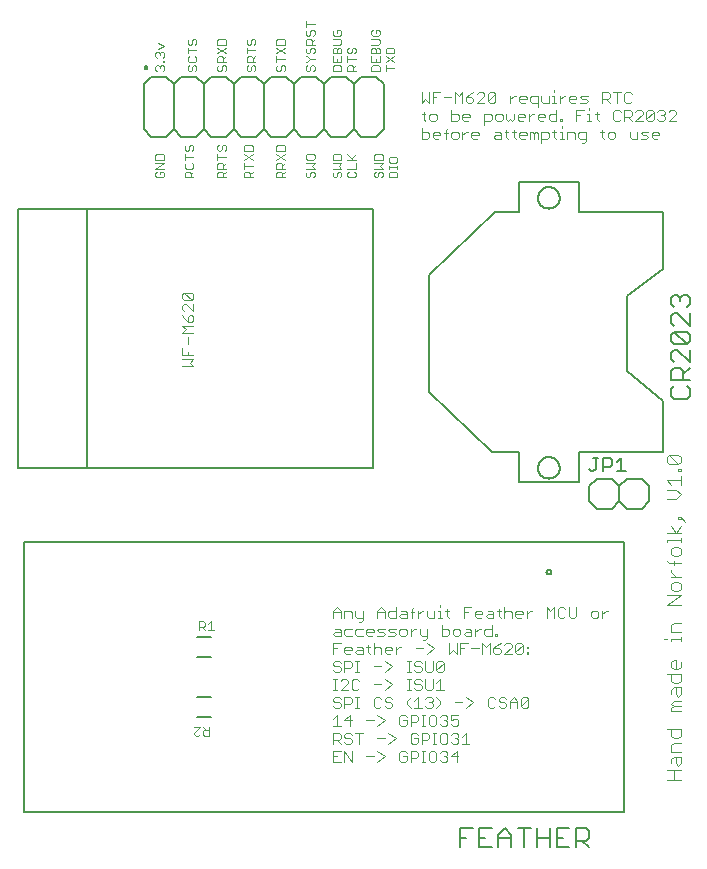
<source format=gbr>
G04 EAGLE Gerber RS-274X export*
G75*
%MOMM*%
%FSLAX34Y34*%
%LPD*%
%INSilkscreen Top*%
%IPPOS*%
%AMOC8*
5,1,8,0,0,1.08239X$1,22.5*%
G01*
%ADD10C,0.076200*%
%ADD11C,0.101600*%
%ADD12C,0.127000*%
%ADD13C,0.152400*%
%ADD14C,0.203200*%


D10*
X175975Y665381D02*
X174747Y666610D01*
X174747Y669067D01*
X175975Y670296D01*
X177204Y670296D01*
X178433Y669067D01*
X178433Y667838D01*
X178433Y669067D02*
X179662Y670296D01*
X180890Y670296D01*
X182119Y669067D01*
X182119Y666610D01*
X180890Y665381D01*
X180890Y672865D02*
X182119Y672865D01*
X180890Y672865D02*
X180890Y674094D01*
X182119Y674094D01*
X182119Y672865D01*
X175975Y676607D02*
X174747Y677836D01*
X174747Y680293D01*
X175975Y681522D01*
X177204Y681522D01*
X178433Y680293D01*
X178433Y679065D01*
X178433Y680293D02*
X179662Y681522D01*
X180890Y681522D01*
X182119Y680293D01*
X182119Y677836D01*
X180890Y676607D01*
X177204Y684091D02*
X182119Y686549D01*
X177204Y689006D01*
X202247Y669067D02*
X203475Y670296D01*
X202247Y669067D02*
X202247Y666610D01*
X203475Y665381D01*
X204704Y665381D01*
X205933Y666610D01*
X205933Y669067D01*
X207162Y670296D01*
X208390Y670296D01*
X209619Y669067D01*
X209619Y666610D01*
X208390Y665381D01*
X202247Y676551D02*
X203475Y677780D01*
X202247Y676551D02*
X202247Y674094D01*
X203475Y672865D01*
X208390Y672865D01*
X209619Y674094D01*
X209619Y676551D01*
X208390Y677780D01*
X209619Y682807D02*
X202247Y682807D01*
X202247Y685264D02*
X202247Y680349D01*
X202247Y691520D02*
X203475Y692748D01*
X202247Y691520D02*
X202247Y689062D01*
X203475Y687833D01*
X204704Y687833D01*
X205933Y689062D01*
X205933Y691520D01*
X207162Y692748D01*
X208390Y692748D01*
X209619Y691520D01*
X209619Y689062D01*
X208390Y687833D01*
X227247Y669067D02*
X228475Y670296D01*
X227247Y669067D02*
X227247Y666610D01*
X228475Y665381D01*
X229704Y665381D01*
X230933Y666610D01*
X230933Y669067D01*
X232162Y670296D01*
X233390Y670296D01*
X234619Y669067D01*
X234619Y666610D01*
X233390Y665381D01*
X234619Y672865D02*
X227247Y672865D01*
X227247Y676551D01*
X228475Y677780D01*
X230933Y677780D01*
X232162Y676551D01*
X232162Y672865D01*
X232162Y675323D02*
X234619Y677780D01*
X234619Y685264D02*
X227247Y680349D01*
X227247Y685264D02*
X234619Y680349D01*
X234619Y687833D02*
X227247Y687833D01*
X234619Y687833D02*
X234619Y691520D01*
X233390Y692748D01*
X228475Y692748D01*
X227247Y691520D01*
X227247Y687833D01*
X252247Y669067D02*
X253475Y670296D01*
X252247Y669067D02*
X252247Y666610D01*
X253475Y665381D01*
X254704Y665381D01*
X255933Y666610D01*
X255933Y669067D01*
X257162Y670296D01*
X258390Y670296D01*
X259619Y669067D01*
X259619Y666610D01*
X258390Y665381D01*
X259619Y672865D02*
X252247Y672865D01*
X252247Y676551D01*
X253475Y677780D01*
X255933Y677780D01*
X257162Y676551D01*
X257162Y672865D01*
X257162Y675323D02*
X259619Y677780D01*
X259619Y682807D02*
X252247Y682807D01*
X252247Y685264D02*
X252247Y680349D01*
X252247Y691520D02*
X253475Y692748D01*
X252247Y691520D02*
X252247Y689062D01*
X253475Y687833D01*
X254704Y687833D01*
X255933Y689062D01*
X255933Y691520D01*
X257162Y692748D01*
X258390Y692748D01*
X259619Y691520D01*
X259619Y689062D01*
X258390Y687833D01*
X277247Y669067D02*
X278475Y670296D01*
X277247Y669067D02*
X277247Y666610D01*
X278475Y665381D01*
X279704Y665381D01*
X280933Y666610D01*
X280933Y669067D01*
X282162Y670296D01*
X283390Y670296D01*
X284619Y669067D01*
X284619Y666610D01*
X283390Y665381D01*
X284619Y675323D02*
X277247Y675323D01*
X277247Y677780D02*
X277247Y672865D01*
X277247Y680349D02*
X284619Y685264D01*
X284619Y680349D02*
X277247Y685264D01*
X277247Y687833D02*
X284619Y687833D01*
X284619Y691520D01*
X283390Y692748D01*
X278475Y692748D01*
X277247Y691520D01*
X277247Y687833D01*
X302247Y669067D02*
X303475Y670296D01*
X302247Y669067D02*
X302247Y666610D01*
X303475Y665381D01*
X304704Y665381D01*
X305933Y666610D01*
X305933Y669067D01*
X307162Y670296D01*
X308390Y670296D01*
X309619Y669067D01*
X309619Y666610D01*
X308390Y665381D01*
X303475Y672865D02*
X302247Y672865D01*
X303475Y672865D02*
X305933Y675323D01*
X303475Y677780D01*
X302247Y677780D01*
X305933Y675323D02*
X309619Y675323D01*
X302247Y684035D02*
X303475Y685264D01*
X302247Y684035D02*
X302247Y681578D01*
X303475Y680349D01*
X304704Y680349D01*
X305933Y681578D01*
X305933Y684035D01*
X307162Y685264D01*
X308390Y685264D01*
X309619Y684035D01*
X309619Y681578D01*
X308390Y680349D01*
X309619Y687833D02*
X302247Y687833D01*
X302247Y691520D01*
X303475Y692748D01*
X305933Y692748D01*
X307162Y691520D01*
X307162Y687833D01*
X307162Y690291D02*
X309619Y692748D01*
X302247Y699004D02*
X303475Y700232D01*
X302247Y699004D02*
X302247Y696546D01*
X303475Y695318D01*
X304704Y695318D01*
X305933Y696546D01*
X305933Y699004D01*
X307162Y700232D01*
X308390Y700232D01*
X309619Y699004D01*
X309619Y696546D01*
X308390Y695318D01*
X309619Y705259D02*
X302247Y705259D01*
X302247Y702802D02*
X302247Y707717D01*
X325055Y665381D02*
X332427Y665381D01*
X332427Y669067D01*
X331198Y670296D01*
X326283Y670296D01*
X325055Y669067D01*
X325055Y665381D01*
X325055Y672865D02*
X325055Y677780D01*
X325055Y672865D02*
X332427Y672865D01*
X332427Y677780D01*
X328741Y675323D02*
X328741Y672865D01*
X332427Y680349D02*
X325055Y680349D01*
X325055Y684035D01*
X326283Y685264D01*
X327512Y685264D01*
X328741Y684035D01*
X329970Y685264D01*
X331198Y685264D01*
X332427Y684035D01*
X332427Y680349D01*
X328741Y680349D02*
X328741Y684035D01*
X331198Y687833D02*
X325055Y687833D01*
X331198Y687833D02*
X332427Y689062D01*
X332427Y691520D01*
X331198Y692748D01*
X325055Y692748D01*
X325055Y699004D02*
X326283Y700232D01*
X325055Y699004D02*
X325055Y696546D01*
X326283Y695318D01*
X331198Y695318D01*
X332427Y696546D01*
X332427Y699004D01*
X331198Y700232D01*
X328741Y700232D01*
X328741Y697775D01*
X337247Y665381D02*
X344619Y665381D01*
X337247Y665381D02*
X337247Y669067D01*
X338475Y670296D01*
X340933Y670296D01*
X342162Y669067D01*
X342162Y665381D01*
X342162Y667838D02*
X344619Y670296D01*
X344619Y675323D02*
X337247Y675323D01*
X337247Y677780D02*
X337247Y672865D01*
X337247Y684035D02*
X338475Y685264D01*
X337247Y684035D02*
X337247Y681578D01*
X338475Y680349D01*
X339704Y680349D01*
X340933Y681578D01*
X340933Y684035D01*
X342162Y685264D01*
X343390Y685264D01*
X344619Y684035D01*
X344619Y681578D01*
X343390Y680349D01*
X357555Y665381D02*
X364927Y665381D01*
X364927Y669067D01*
X363698Y670296D01*
X358783Y670296D01*
X357555Y669067D01*
X357555Y665381D01*
X357555Y672865D02*
X357555Y677780D01*
X357555Y672865D02*
X364927Y672865D01*
X364927Y677780D01*
X361241Y675323D02*
X361241Y672865D01*
X364927Y680349D02*
X357555Y680349D01*
X357555Y684035D01*
X358783Y685264D01*
X360012Y685264D01*
X361241Y684035D01*
X362470Y685264D01*
X363698Y685264D01*
X364927Y684035D01*
X364927Y680349D01*
X361241Y680349D02*
X361241Y684035D01*
X363698Y687833D02*
X357555Y687833D01*
X363698Y687833D02*
X364927Y689062D01*
X364927Y691520D01*
X363698Y692748D01*
X357555Y692748D01*
X357555Y699004D02*
X358783Y700232D01*
X357555Y699004D02*
X357555Y696546D01*
X358783Y695318D01*
X363698Y695318D01*
X364927Y696546D01*
X364927Y699004D01*
X363698Y700232D01*
X361241Y700232D01*
X361241Y697775D01*
X369747Y667838D02*
X377119Y667838D01*
X369747Y665381D02*
X369747Y670296D01*
X369747Y672865D02*
X377119Y677780D01*
X377119Y672865D02*
X369747Y677780D01*
X369747Y680349D02*
X377119Y680349D01*
X377119Y684035D01*
X375890Y685264D01*
X370975Y685264D01*
X369747Y684035D01*
X369747Y680349D01*
X175975Y580296D02*
X174747Y579067D01*
X174747Y576610D01*
X175975Y575381D01*
X180890Y575381D01*
X182119Y576610D01*
X182119Y579067D01*
X180890Y580296D01*
X178433Y580296D01*
X178433Y577838D01*
X182119Y582865D02*
X174747Y582865D01*
X182119Y587780D01*
X174747Y587780D01*
X174747Y590349D02*
X182119Y590349D01*
X182119Y594035D01*
X180890Y595264D01*
X175975Y595264D01*
X174747Y594035D01*
X174747Y590349D01*
X199747Y575381D02*
X207119Y575381D01*
X199747Y575381D02*
X199747Y579067D01*
X200975Y580296D01*
X203433Y580296D01*
X204662Y579067D01*
X204662Y575381D01*
X204662Y577838D02*
X207119Y580296D01*
X199747Y586551D02*
X200975Y587780D01*
X199747Y586551D02*
X199747Y584094D01*
X200975Y582865D01*
X205890Y582865D01*
X207119Y584094D01*
X207119Y586551D01*
X205890Y587780D01*
X207119Y592807D02*
X199747Y592807D01*
X199747Y595264D02*
X199747Y590349D01*
X199747Y601520D02*
X200975Y602748D01*
X199747Y601520D02*
X199747Y599062D01*
X200975Y597833D01*
X202204Y597833D01*
X203433Y599062D01*
X203433Y601520D01*
X204662Y602748D01*
X205890Y602748D01*
X207119Y601520D01*
X207119Y599062D01*
X205890Y597833D01*
X227247Y575381D02*
X234619Y575381D01*
X227247Y575381D02*
X227247Y579067D01*
X228475Y580296D01*
X230933Y580296D01*
X232162Y579067D01*
X232162Y575381D01*
X232162Y577838D02*
X234619Y580296D01*
X234619Y582865D02*
X227247Y582865D01*
X227247Y586551D01*
X228475Y587780D01*
X230933Y587780D01*
X232162Y586551D01*
X232162Y582865D01*
X232162Y585323D02*
X234619Y587780D01*
X234619Y592807D02*
X227247Y592807D01*
X227247Y595264D02*
X227247Y590349D01*
X227247Y601520D02*
X228475Y602748D01*
X227247Y601520D02*
X227247Y599062D01*
X228475Y597833D01*
X229704Y597833D01*
X230933Y599062D01*
X230933Y601520D01*
X232162Y602748D01*
X233390Y602748D01*
X234619Y601520D01*
X234619Y599062D01*
X233390Y597833D01*
X249747Y575381D02*
X257119Y575381D01*
X249747Y575381D02*
X249747Y579067D01*
X250975Y580296D01*
X253433Y580296D01*
X254662Y579067D01*
X254662Y575381D01*
X254662Y577838D02*
X257119Y580296D01*
X257119Y585323D02*
X249747Y585323D01*
X249747Y587780D02*
X249747Y582865D01*
X249747Y590349D02*
X257119Y595264D01*
X257119Y590349D02*
X249747Y595264D01*
X249747Y597833D02*
X257119Y597833D01*
X257119Y601520D01*
X255890Y602748D01*
X250975Y602748D01*
X249747Y601520D01*
X249747Y597833D01*
X277247Y575381D02*
X284619Y575381D01*
X277247Y575381D02*
X277247Y579067D01*
X278475Y580296D01*
X280933Y580296D01*
X282162Y579067D01*
X282162Y575381D01*
X282162Y577838D02*
X284619Y580296D01*
X284619Y582865D02*
X277247Y582865D01*
X277247Y586551D01*
X278475Y587780D01*
X280933Y587780D01*
X282162Y586551D01*
X282162Y582865D01*
X282162Y585323D02*
X284619Y587780D01*
X284619Y595264D02*
X277247Y590349D01*
X277247Y595264D02*
X284619Y590349D01*
X284619Y597833D02*
X277247Y597833D01*
X284619Y597833D02*
X284619Y601520D01*
X283390Y602748D01*
X278475Y602748D01*
X277247Y601520D01*
X277247Y597833D01*
X302247Y579067D02*
X303475Y580296D01*
X302247Y579067D02*
X302247Y576610D01*
X303475Y575381D01*
X304704Y575381D01*
X305933Y576610D01*
X305933Y579067D01*
X307162Y580296D01*
X308390Y580296D01*
X309619Y579067D01*
X309619Y576610D01*
X308390Y575381D01*
X309619Y582865D02*
X302247Y582865D01*
X307162Y585323D02*
X309619Y582865D01*
X307162Y585323D02*
X309619Y587780D01*
X302247Y587780D01*
X302247Y591578D02*
X302247Y594035D01*
X302247Y591578D02*
X303475Y590349D01*
X308390Y590349D01*
X309619Y591578D01*
X309619Y594035D01*
X308390Y595264D01*
X303475Y595264D01*
X302247Y594035D01*
X325055Y579067D02*
X326283Y580296D01*
X325055Y579067D02*
X325055Y576610D01*
X326283Y575381D01*
X327512Y575381D01*
X328741Y576610D01*
X328741Y579067D01*
X329970Y580296D01*
X331198Y580296D01*
X332427Y579067D01*
X332427Y576610D01*
X331198Y575381D01*
X332427Y582865D02*
X325055Y582865D01*
X329970Y585323D02*
X332427Y582865D01*
X329970Y585323D02*
X332427Y587780D01*
X325055Y587780D01*
X325055Y590349D02*
X332427Y590349D01*
X332427Y594035D01*
X331198Y595264D01*
X326283Y595264D01*
X325055Y594035D01*
X325055Y590349D01*
X337247Y579067D02*
X338475Y580296D01*
X337247Y579067D02*
X337247Y576610D01*
X338475Y575381D01*
X343390Y575381D01*
X344619Y576610D01*
X344619Y579067D01*
X343390Y580296D01*
X344619Y582865D02*
X337247Y582865D01*
X344619Y582865D02*
X344619Y587780D01*
X344619Y590349D02*
X337247Y590349D01*
X342162Y590349D02*
X337247Y595264D01*
X340933Y591578D02*
X344619Y595264D01*
X360055Y579067D02*
X361283Y580296D01*
X360055Y579067D02*
X360055Y576610D01*
X361283Y575381D01*
X362512Y575381D01*
X363741Y576610D01*
X363741Y579067D01*
X364970Y580296D01*
X366198Y580296D01*
X367427Y579067D01*
X367427Y576610D01*
X366198Y575381D01*
X367427Y582865D02*
X360055Y582865D01*
X364970Y585323D02*
X367427Y582865D01*
X364970Y585323D02*
X367427Y587780D01*
X360055Y587780D01*
X360055Y590349D02*
X367427Y590349D01*
X367427Y594035D01*
X366198Y595264D01*
X361283Y595264D01*
X360055Y594035D01*
X360055Y590349D01*
X372247Y575381D02*
X379619Y575381D01*
X379619Y579067D01*
X378390Y580296D01*
X373475Y580296D01*
X372247Y579067D01*
X372247Y575381D01*
X379619Y582865D02*
X379619Y585323D01*
X379619Y584094D02*
X372247Y584094D01*
X372247Y582865D02*
X372247Y585323D01*
X372247Y589083D02*
X372247Y591541D01*
X372247Y589083D02*
X373475Y587855D01*
X378390Y587855D01*
X379619Y589083D01*
X379619Y591541D01*
X378390Y592769D01*
X373475Y592769D01*
X372247Y591541D01*
D11*
X607798Y65508D02*
X619492Y65508D01*
X613645Y65508D02*
X613645Y73304D01*
X607798Y73304D02*
X619492Y73304D01*
X611696Y79151D02*
X611696Y83049D01*
X613645Y84998D01*
X619492Y84998D01*
X619492Y79151D01*
X617543Y77202D01*
X615594Y79151D01*
X615594Y84998D01*
X619492Y88896D02*
X611696Y88896D01*
X611696Y94743D01*
X613645Y96692D01*
X619492Y96692D01*
X619492Y108386D02*
X607798Y108386D01*
X619492Y108386D02*
X619492Y102539D01*
X617543Y100590D01*
X613645Y100590D01*
X611696Y102539D01*
X611696Y108386D01*
X611696Y123978D02*
X619492Y123978D01*
X611696Y123978D02*
X611696Y125927D01*
X613645Y127876D01*
X619492Y127876D01*
X613645Y127876D02*
X611696Y129825D01*
X613645Y131774D01*
X619492Y131774D01*
X611696Y137621D02*
X611696Y141519D01*
X613645Y143468D01*
X619492Y143468D01*
X619492Y137621D01*
X617543Y135672D01*
X615594Y137621D01*
X615594Y143468D01*
X619492Y155162D02*
X607798Y155162D01*
X619492Y155162D02*
X619492Y149315D01*
X617543Y147366D01*
X613645Y147366D01*
X611696Y149315D01*
X611696Y155162D01*
X619492Y161009D02*
X619492Y164907D01*
X619492Y161009D02*
X617543Y159060D01*
X613645Y159060D01*
X611696Y161009D01*
X611696Y164907D01*
X613645Y166856D01*
X615594Y166856D01*
X615594Y159060D01*
X611696Y182448D02*
X611696Y184397D01*
X619492Y184397D01*
X619492Y182448D02*
X619492Y186346D01*
X607798Y184397D02*
X605849Y184397D01*
X611696Y190244D02*
X619492Y190244D01*
X611696Y190244D02*
X611696Y196091D01*
X613645Y198040D01*
X619492Y198040D01*
X619492Y213632D02*
X607798Y213632D01*
X619492Y221428D01*
X607798Y221428D01*
X619492Y227275D02*
X619492Y231173D01*
X617543Y233122D01*
X613645Y233122D01*
X611696Y231173D01*
X611696Y227275D01*
X613645Y225326D01*
X617543Y225326D01*
X619492Y227275D01*
X619492Y237020D02*
X611696Y237020D01*
X615594Y237020D02*
X611696Y240918D01*
X611696Y242867D01*
X609747Y248713D02*
X619492Y248713D01*
X609747Y248713D02*
X607798Y250662D01*
X613645Y250662D02*
X613645Y246765D01*
X619492Y256509D02*
X619492Y260407D01*
X617543Y262356D01*
X613645Y262356D01*
X611696Y260407D01*
X611696Y256509D01*
X613645Y254560D01*
X617543Y254560D01*
X619492Y256509D01*
X607798Y266254D02*
X607798Y268203D01*
X619492Y268203D01*
X619492Y266254D02*
X619492Y270152D01*
X619492Y274050D02*
X607798Y274050D01*
X615594Y274050D02*
X619492Y279897D01*
X615594Y274050D02*
X611696Y279897D01*
X619492Y287693D02*
X623390Y283795D01*
X619492Y287693D02*
X617543Y287693D01*
X617543Y285744D01*
X619492Y285744D01*
X619492Y287693D01*
X615594Y303285D02*
X607798Y303285D01*
X615594Y303285D02*
X619492Y307183D01*
X615594Y311081D01*
X607798Y311081D01*
X611696Y314979D02*
X607798Y318877D01*
X619492Y318877D01*
X619492Y314979D02*
X619492Y322775D01*
X619492Y326673D02*
X617543Y326673D01*
X617543Y328622D01*
X619492Y328622D01*
X619492Y326673D01*
X617543Y332520D02*
X609747Y332520D01*
X607798Y334469D01*
X607798Y338367D01*
X609747Y340316D01*
X617543Y340316D01*
X619492Y338367D01*
X619492Y334469D01*
X617543Y332520D01*
X609747Y340316D01*
D10*
X400381Y638361D02*
X400381Y647767D01*
X403516Y641496D02*
X400381Y638361D01*
X403516Y641496D02*
X406652Y638361D01*
X406652Y647767D01*
X409736Y647767D02*
X409736Y638361D01*
X409736Y647767D02*
X416007Y647767D01*
X412872Y643064D02*
X409736Y643064D01*
X419091Y643064D02*
X425362Y643064D01*
X428447Y638361D02*
X428447Y647767D01*
X431582Y644632D01*
X434717Y647767D01*
X434717Y638361D01*
X440937Y646199D02*
X444072Y647767D01*
X440937Y646199D02*
X437802Y643064D01*
X437802Y639929D01*
X439369Y638361D01*
X442505Y638361D01*
X444072Y639929D01*
X444072Y641496D01*
X442505Y643064D01*
X437802Y643064D01*
X447157Y638361D02*
X453428Y638361D01*
X447157Y638361D02*
X453428Y644632D01*
X453428Y646199D01*
X451860Y647767D01*
X448725Y647767D01*
X447157Y646199D01*
X456512Y646199D02*
X456512Y639929D01*
X456512Y646199D02*
X458080Y647767D01*
X461215Y647767D01*
X462783Y646199D01*
X462783Y639929D01*
X461215Y638361D01*
X458080Y638361D01*
X456512Y639929D01*
X462783Y646199D01*
X475223Y644632D02*
X475223Y638361D01*
X475223Y641496D02*
X478358Y644632D01*
X479926Y644632D01*
X484586Y638361D02*
X487721Y638361D01*
X484586Y638361D02*
X483018Y639929D01*
X483018Y643064D01*
X484586Y644632D01*
X487721Y644632D01*
X489289Y643064D01*
X489289Y641496D01*
X483018Y641496D01*
X498644Y644632D02*
X498644Y635226D01*
X498644Y644632D02*
X493941Y644632D01*
X492374Y643064D01*
X492374Y639929D01*
X493941Y638361D01*
X498644Y638361D01*
X501729Y639929D02*
X501729Y644632D01*
X501729Y639929D02*
X503297Y638361D01*
X508000Y638361D01*
X508000Y644632D01*
X511084Y644632D02*
X512652Y644632D01*
X512652Y638361D01*
X514219Y638361D02*
X511084Y638361D01*
X512652Y647767D02*
X512652Y649335D01*
X517321Y644632D02*
X517321Y638361D01*
X517321Y641496D02*
X520456Y644632D01*
X522024Y644632D01*
X526684Y638361D02*
X529820Y638361D01*
X526684Y638361D02*
X525117Y639929D01*
X525117Y643064D01*
X526684Y644632D01*
X529820Y644632D01*
X531387Y643064D01*
X531387Y641496D01*
X525117Y641496D01*
X534472Y638361D02*
X539175Y638361D01*
X540743Y639929D01*
X539175Y641496D01*
X536040Y641496D01*
X534472Y643064D01*
X536040Y644632D01*
X540743Y644632D01*
X553182Y647767D02*
X553182Y638361D01*
X553182Y647767D02*
X557885Y647767D01*
X559453Y646199D01*
X559453Y643064D01*
X557885Y641496D01*
X553182Y641496D01*
X556318Y641496D02*
X559453Y638361D01*
X565673Y638361D02*
X565673Y647767D01*
X562538Y647767D02*
X568808Y647767D01*
X576596Y647767D02*
X578163Y646199D01*
X576596Y647767D02*
X573460Y647767D01*
X571893Y646199D01*
X571893Y639929D01*
X573460Y638361D01*
X576596Y638361D01*
X578163Y639929D01*
X401949Y630959D02*
X401949Y624689D01*
X403516Y623121D01*
X403516Y629392D02*
X400381Y629392D01*
X408185Y623121D02*
X411321Y623121D01*
X412888Y624689D01*
X412888Y627824D01*
X411321Y629392D01*
X408185Y629392D01*
X406618Y627824D01*
X406618Y624689D01*
X408185Y623121D01*
X425328Y623121D02*
X425328Y632527D01*
X425328Y623121D02*
X430031Y623121D01*
X431599Y624689D01*
X431599Y627824D01*
X430031Y629392D01*
X425328Y629392D01*
X436251Y623121D02*
X439386Y623121D01*
X436251Y623121D02*
X434683Y624689D01*
X434683Y627824D01*
X436251Y629392D01*
X439386Y629392D01*
X440954Y627824D01*
X440954Y626256D01*
X434683Y626256D01*
X453394Y629392D02*
X453394Y619986D01*
X453394Y629392D02*
X458097Y629392D01*
X459664Y627824D01*
X459664Y624689D01*
X458097Y623121D01*
X453394Y623121D01*
X464317Y623121D02*
X467452Y623121D01*
X469020Y624689D01*
X469020Y627824D01*
X467452Y629392D01*
X464317Y629392D01*
X462749Y627824D01*
X462749Y624689D01*
X464317Y623121D01*
X472104Y624689D02*
X472104Y629392D01*
X472104Y624689D02*
X473672Y623121D01*
X475239Y624689D01*
X476807Y623121D01*
X478375Y624689D01*
X478375Y629392D01*
X483027Y623121D02*
X486162Y623121D01*
X483027Y623121D02*
X481459Y624689D01*
X481459Y627824D01*
X483027Y629392D01*
X486162Y629392D01*
X487730Y627824D01*
X487730Y626256D01*
X481459Y626256D01*
X490814Y623121D02*
X490814Y629392D01*
X490814Y626256D02*
X493950Y629392D01*
X495517Y629392D01*
X500178Y623121D02*
X503313Y623121D01*
X500178Y623121D02*
X498610Y624689D01*
X498610Y627824D01*
X500178Y629392D01*
X503313Y629392D01*
X504881Y627824D01*
X504881Y626256D01*
X498610Y626256D01*
X514236Y623121D02*
X514236Y632527D01*
X514236Y623121D02*
X509533Y623121D01*
X507966Y624689D01*
X507966Y627824D01*
X509533Y629392D01*
X514236Y629392D01*
X517321Y624689D02*
X517321Y623121D01*
X517321Y624689D02*
X518888Y624689D01*
X518888Y623121D01*
X517321Y623121D01*
X531354Y623121D02*
X531354Y632527D01*
X537624Y632527D01*
X534489Y627824D02*
X531354Y627824D01*
X540709Y629392D02*
X542276Y629392D01*
X542276Y623121D01*
X540709Y623121D02*
X543844Y623121D01*
X542276Y632527D02*
X542276Y634095D01*
X548513Y630959D02*
X548513Y624689D01*
X550081Y623121D01*
X550081Y629392D02*
X546946Y629392D01*
X567241Y632527D02*
X568808Y630959D01*
X567241Y632527D02*
X564105Y632527D01*
X562538Y630959D01*
X562538Y624689D01*
X564105Y623121D01*
X567241Y623121D01*
X568808Y624689D01*
X571893Y623121D02*
X571893Y632527D01*
X576596Y632527D01*
X578163Y630959D01*
X578163Y627824D01*
X576596Y626256D01*
X571893Y626256D01*
X575028Y626256D02*
X578163Y623121D01*
X581248Y623121D02*
X587519Y623121D01*
X581248Y623121D02*
X587519Y629392D01*
X587519Y630959D01*
X585951Y632527D01*
X582816Y632527D01*
X581248Y630959D01*
X590603Y630959D02*
X590603Y624689D01*
X590603Y630959D02*
X592171Y632527D01*
X595306Y632527D01*
X596874Y630959D01*
X596874Y624689D01*
X595306Y623121D01*
X592171Y623121D01*
X590603Y624689D01*
X596874Y630959D01*
X599958Y630959D02*
X601526Y632527D01*
X604661Y632527D01*
X606229Y630959D01*
X606229Y629392D01*
X604661Y627824D01*
X603094Y627824D01*
X604661Y627824D02*
X606229Y626256D01*
X606229Y624689D01*
X604661Y623121D01*
X601526Y623121D01*
X599958Y624689D01*
X609313Y623121D02*
X615584Y623121D01*
X609313Y623121D02*
X615584Y629392D01*
X615584Y630959D01*
X614016Y632527D01*
X610881Y632527D01*
X609313Y630959D01*
X400381Y617287D02*
X400381Y607881D01*
X405084Y607881D01*
X406652Y609449D01*
X406652Y612584D01*
X405084Y614152D01*
X400381Y614152D01*
X411304Y607881D02*
X414439Y607881D01*
X411304Y607881D02*
X409736Y609449D01*
X409736Y612584D01*
X411304Y614152D01*
X414439Y614152D01*
X416007Y612584D01*
X416007Y611016D01*
X409736Y611016D01*
X420659Y607881D02*
X420659Y615719D01*
X422227Y617287D01*
X422227Y612584D02*
X419091Y612584D01*
X426896Y607881D02*
X430031Y607881D01*
X431599Y609449D01*
X431599Y612584D01*
X430031Y614152D01*
X426896Y614152D01*
X425328Y612584D01*
X425328Y609449D01*
X426896Y607881D01*
X434683Y607881D02*
X434683Y614152D01*
X434683Y611016D02*
X437819Y614152D01*
X439386Y614152D01*
X444047Y607881D02*
X447182Y607881D01*
X444047Y607881D02*
X442479Y609449D01*
X442479Y612584D01*
X444047Y614152D01*
X447182Y614152D01*
X448750Y612584D01*
X448750Y611016D01*
X442479Y611016D01*
X462757Y614152D02*
X465893Y614152D01*
X467460Y612584D01*
X467460Y607881D01*
X462757Y607881D01*
X461190Y609449D01*
X462757Y611016D01*
X467460Y611016D01*
X472113Y609449D02*
X472113Y615719D01*
X472113Y609449D02*
X473680Y607881D01*
X473680Y614152D02*
X470545Y614152D01*
X478349Y615719D02*
X478349Y609449D01*
X479917Y607881D01*
X479917Y614152D02*
X476782Y614152D01*
X484586Y607881D02*
X487721Y607881D01*
X484586Y607881D02*
X483018Y609449D01*
X483018Y612584D01*
X484586Y614152D01*
X487721Y614152D01*
X489289Y612584D01*
X489289Y611016D01*
X483018Y611016D01*
X492374Y607881D02*
X492374Y614152D01*
X493941Y614152D01*
X495509Y612584D01*
X495509Y607881D01*
X495509Y612584D02*
X497077Y614152D01*
X498644Y612584D01*
X498644Y607881D01*
X501729Y604746D02*
X501729Y614152D01*
X506432Y614152D01*
X508000Y612584D01*
X508000Y609449D01*
X506432Y607881D01*
X501729Y607881D01*
X512652Y609449D02*
X512652Y615719D01*
X512652Y609449D02*
X514219Y607881D01*
X514219Y614152D02*
X511084Y614152D01*
X517321Y614152D02*
X518888Y614152D01*
X518888Y607881D01*
X517321Y607881D02*
X520456Y607881D01*
X518888Y617287D02*
X518888Y618855D01*
X523558Y614152D02*
X523558Y607881D01*
X523558Y614152D02*
X528261Y614152D01*
X529828Y612584D01*
X529828Y607881D01*
X536048Y604746D02*
X537616Y604746D01*
X539183Y606313D01*
X539183Y614152D01*
X534480Y614152D01*
X532913Y612584D01*
X532913Y609449D01*
X534480Y607881D01*
X539183Y607881D01*
X553191Y609449D02*
X553191Y615719D01*
X553191Y609449D02*
X554758Y607881D01*
X554758Y614152D02*
X551623Y614152D01*
X559428Y607881D02*
X562563Y607881D01*
X564131Y609449D01*
X564131Y612584D01*
X562563Y614152D01*
X559428Y614152D01*
X557860Y612584D01*
X557860Y609449D01*
X559428Y607881D01*
X576570Y609449D02*
X576570Y614152D01*
X576570Y609449D02*
X578138Y607881D01*
X582841Y607881D01*
X582841Y614152D01*
X585925Y607881D02*
X590628Y607881D01*
X592196Y609449D01*
X590628Y611016D01*
X587493Y611016D01*
X585925Y612584D01*
X587493Y614152D01*
X592196Y614152D01*
X596848Y607881D02*
X599984Y607881D01*
X596848Y607881D02*
X595281Y609449D01*
X595281Y612584D01*
X596848Y614152D01*
X599984Y614152D01*
X601551Y612584D01*
X601551Y611016D01*
X595281Y611016D01*
X207119Y415381D02*
X197713Y415381D01*
X203984Y418516D02*
X207119Y415381D01*
X203984Y418516D02*
X207119Y421652D01*
X197713Y421652D01*
X197713Y424736D02*
X207119Y424736D01*
X197713Y424736D02*
X197713Y431007D01*
X202416Y427872D02*
X202416Y424736D01*
X202416Y434091D02*
X202416Y440362D01*
X207119Y443447D02*
X197713Y443447D01*
X200848Y446582D01*
X197713Y449717D01*
X207119Y449717D01*
X199281Y455937D02*
X197713Y459072D01*
X199281Y455937D02*
X202416Y452802D01*
X205551Y452802D01*
X207119Y454369D01*
X207119Y457505D01*
X205551Y459072D01*
X203984Y459072D01*
X202416Y457505D01*
X202416Y452802D01*
X207119Y462157D02*
X207119Y468428D01*
X207119Y462157D02*
X200848Y468428D01*
X199281Y468428D01*
X197713Y466860D01*
X197713Y463725D01*
X199281Y462157D01*
X199281Y471512D02*
X205551Y471512D01*
X199281Y471512D02*
X197713Y473080D01*
X197713Y476215D01*
X199281Y477783D01*
X205551Y477783D01*
X207119Y476215D01*
X207119Y473080D01*
X205551Y471512D01*
X199281Y477783D01*
X325381Y208572D02*
X325381Y202301D01*
X325381Y208572D02*
X328516Y211707D01*
X331652Y208572D01*
X331652Y202301D01*
X331652Y207004D02*
X325381Y207004D01*
X334736Y208572D02*
X334736Y202301D01*
X334736Y208572D02*
X339439Y208572D01*
X341007Y207004D01*
X341007Y202301D01*
X344091Y203869D02*
X344091Y208572D01*
X344091Y203869D02*
X345659Y202301D01*
X350362Y202301D01*
X350362Y200733D02*
X350362Y208572D01*
X350362Y200733D02*
X348794Y199166D01*
X347227Y199166D01*
X362802Y202301D02*
X362802Y208572D01*
X365937Y211707D01*
X369072Y208572D01*
X369072Y202301D01*
X369072Y207004D02*
X362802Y207004D01*
X378428Y211707D02*
X378428Y202301D01*
X373725Y202301D01*
X372157Y203869D01*
X372157Y207004D01*
X373725Y208572D01*
X378428Y208572D01*
X383080Y208572D02*
X386215Y208572D01*
X387783Y207004D01*
X387783Y202301D01*
X383080Y202301D01*
X381512Y203869D01*
X383080Y205436D01*
X387783Y205436D01*
X392435Y202301D02*
X392435Y210139D01*
X394003Y211707D01*
X394003Y207004D02*
X390867Y207004D01*
X397104Y208572D02*
X397104Y202301D01*
X397104Y205436D02*
X400239Y208572D01*
X401807Y208572D01*
X404900Y208572D02*
X404900Y203869D01*
X406468Y202301D01*
X411171Y202301D01*
X411171Y208572D01*
X414255Y208572D02*
X415823Y208572D01*
X415823Y202301D01*
X414255Y202301D02*
X417391Y202301D01*
X415823Y211707D02*
X415823Y213275D01*
X422060Y210139D02*
X422060Y203869D01*
X423627Y202301D01*
X423627Y208572D02*
X420492Y208572D01*
X436084Y211707D02*
X436084Y202301D01*
X436084Y211707D02*
X442355Y211707D01*
X439219Y207004D02*
X436084Y207004D01*
X447007Y202301D02*
X450142Y202301D01*
X447007Y202301D02*
X445439Y203869D01*
X445439Y207004D01*
X447007Y208572D01*
X450142Y208572D01*
X451710Y207004D01*
X451710Y205436D01*
X445439Y205436D01*
X456362Y208572D02*
X459497Y208572D01*
X461065Y207004D01*
X461065Y202301D01*
X456362Y202301D01*
X454794Y203869D01*
X456362Y205436D01*
X461065Y205436D01*
X465717Y203869D02*
X465717Y210139D01*
X465717Y203869D02*
X467285Y202301D01*
X467285Y208572D02*
X464150Y208572D01*
X470386Y211707D02*
X470386Y202301D01*
X470386Y207004D02*
X471954Y208572D01*
X475089Y208572D01*
X476657Y207004D01*
X476657Y202301D01*
X481309Y202301D02*
X484445Y202301D01*
X481309Y202301D02*
X479742Y203869D01*
X479742Y207004D01*
X481309Y208572D01*
X484445Y208572D01*
X486012Y207004D01*
X486012Y205436D01*
X479742Y205436D01*
X489097Y202301D02*
X489097Y208572D01*
X492232Y208572D02*
X489097Y205436D01*
X492232Y208572D02*
X493800Y208572D01*
X506248Y211707D02*
X506248Y202301D01*
X509383Y208572D02*
X506248Y211707D01*
X509383Y208572D02*
X512519Y211707D01*
X512519Y202301D01*
X521874Y210139D02*
X520306Y211707D01*
X517171Y211707D01*
X515603Y210139D01*
X515603Y203869D01*
X517171Y202301D01*
X520306Y202301D01*
X521874Y203869D01*
X524958Y203869D02*
X524958Y211707D01*
X524958Y203869D02*
X526526Y202301D01*
X529661Y202301D01*
X531229Y203869D01*
X531229Y211707D01*
X545236Y202301D02*
X548372Y202301D01*
X549939Y203869D01*
X549939Y207004D01*
X548372Y208572D01*
X545236Y208572D01*
X543669Y207004D01*
X543669Y203869D01*
X545236Y202301D01*
X553024Y202301D02*
X553024Y208572D01*
X556159Y208572D02*
X553024Y205436D01*
X556159Y208572D02*
X557727Y208572D01*
X330084Y193332D02*
X326949Y193332D01*
X330084Y193332D02*
X331652Y191764D01*
X331652Y187061D01*
X326949Y187061D01*
X325381Y188629D01*
X326949Y190196D01*
X331652Y190196D01*
X336304Y193332D02*
X341007Y193332D01*
X336304Y193332D02*
X334736Y191764D01*
X334736Y188629D01*
X336304Y187061D01*
X341007Y187061D01*
X345659Y193332D02*
X350362Y193332D01*
X345659Y193332D02*
X344091Y191764D01*
X344091Y188629D01*
X345659Y187061D01*
X350362Y187061D01*
X355014Y187061D02*
X358150Y187061D01*
X355014Y187061D02*
X353447Y188629D01*
X353447Y191764D01*
X355014Y193332D01*
X358150Y193332D01*
X359717Y191764D01*
X359717Y190196D01*
X353447Y190196D01*
X362802Y187061D02*
X367505Y187061D01*
X369072Y188629D01*
X367505Y190196D01*
X364369Y190196D01*
X362802Y191764D01*
X364369Y193332D01*
X369072Y193332D01*
X372157Y187061D02*
X376860Y187061D01*
X378428Y188629D01*
X376860Y190196D01*
X373725Y190196D01*
X372157Y191764D01*
X373725Y193332D01*
X378428Y193332D01*
X383080Y187061D02*
X386215Y187061D01*
X387783Y188629D01*
X387783Y191764D01*
X386215Y193332D01*
X383080Y193332D01*
X381512Y191764D01*
X381512Y188629D01*
X383080Y187061D01*
X390867Y187061D02*
X390867Y193332D01*
X390867Y190196D02*
X394003Y193332D01*
X395570Y193332D01*
X398663Y193332D02*
X398663Y188629D01*
X400231Y187061D01*
X404934Y187061D01*
X404934Y185493D02*
X404934Y193332D01*
X404934Y185493D02*
X403366Y183926D01*
X401799Y183926D01*
X417374Y187061D02*
X417374Y196467D01*
X417374Y187061D02*
X422077Y187061D01*
X423644Y188629D01*
X423644Y191764D01*
X422077Y193332D01*
X417374Y193332D01*
X428297Y187061D02*
X431432Y187061D01*
X433000Y188629D01*
X433000Y191764D01*
X431432Y193332D01*
X428297Y193332D01*
X426729Y191764D01*
X426729Y188629D01*
X428297Y187061D01*
X437652Y193332D02*
X440787Y193332D01*
X442355Y191764D01*
X442355Y187061D01*
X437652Y187061D01*
X436084Y188629D01*
X437652Y190196D01*
X442355Y190196D01*
X445439Y187061D02*
X445439Y193332D01*
X445439Y190196D02*
X448575Y193332D01*
X450142Y193332D01*
X459506Y196467D02*
X459506Y187061D01*
X454803Y187061D01*
X453235Y188629D01*
X453235Y191764D01*
X454803Y193332D01*
X459506Y193332D01*
X462590Y188629D02*
X462590Y187061D01*
X462590Y188629D02*
X464158Y188629D01*
X464158Y187061D01*
X462590Y187061D01*
X325381Y181227D02*
X325381Y171821D01*
X325381Y181227D02*
X331652Y181227D01*
X328516Y176524D02*
X325381Y176524D01*
X336304Y171821D02*
X339439Y171821D01*
X336304Y171821D02*
X334736Y173389D01*
X334736Y176524D01*
X336304Y178092D01*
X339439Y178092D01*
X341007Y176524D01*
X341007Y174956D01*
X334736Y174956D01*
X345659Y178092D02*
X348794Y178092D01*
X350362Y176524D01*
X350362Y171821D01*
X345659Y171821D01*
X344091Y173389D01*
X345659Y174956D01*
X350362Y174956D01*
X355014Y173389D02*
X355014Y179659D01*
X355014Y173389D02*
X356582Y171821D01*
X356582Y178092D02*
X353447Y178092D01*
X359683Y181227D02*
X359683Y171821D01*
X359683Y176524D02*
X361251Y178092D01*
X364386Y178092D01*
X365954Y176524D01*
X365954Y171821D01*
X370606Y171821D02*
X373742Y171821D01*
X370606Y171821D02*
X369039Y173389D01*
X369039Y176524D01*
X370606Y178092D01*
X373742Y178092D01*
X375309Y176524D01*
X375309Y174956D01*
X369039Y174956D01*
X378394Y171821D02*
X378394Y178092D01*
X381529Y178092D02*
X378394Y174956D01*
X381529Y178092D02*
X383097Y178092D01*
X395545Y176524D02*
X401816Y176524D01*
X404900Y181227D02*
X411171Y176524D01*
X404900Y171821D01*
X423610Y171821D02*
X423610Y181227D01*
X426746Y174956D02*
X423610Y171821D01*
X426746Y174956D02*
X429881Y171821D01*
X429881Y181227D01*
X432966Y181227D02*
X432966Y171821D01*
X432966Y181227D02*
X439236Y181227D01*
X436101Y176524D02*
X432966Y176524D01*
X442321Y176524D02*
X448592Y176524D01*
X451676Y171821D02*
X451676Y181227D01*
X454811Y178092D01*
X457947Y181227D01*
X457947Y171821D01*
X464167Y179659D02*
X467302Y181227D01*
X464167Y179659D02*
X461031Y176524D01*
X461031Y173389D01*
X462599Y171821D01*
X465734Y171821D01*
X467302Y173389D01*
X467302Y174956D01*
X465734Y176524D01*
X461031Y176524D01*
X470386Y171821D02*
X476657Y171821D01*
X470386Y171821D02*
X476657Y178092D01*
X476657Y179659D01*
X475089Y181227D01*
X471954Y181227D01*
X470386Y179659D01*
X479742Y179659D02*
X479742Y173389D01*
X479742Y179659D02*
X481309Y181227D01*
X484445Y181227D01*
X486012Y179659D01*
X486012Y173389D01*
X484445Y171821D01*
X481309Y171821D01*
X479742Y173389D01*
X486012Y179659D01*
X489097Y178092D02*
X490664Y178092D01*
X490664Y176524D01*
X489097Y176524D01*
X489097Y178092D01*
X489097Y173389D02*
X490664Y173389D01*
X490664Y171821D01*
X489097Y171821D01*
X489097Y173389D01*
X331652Y164419D02*
X330084Y165987D01*
X326949Y165987D01*
X325381Y164419D01*
X325381Y162852D01*
X326949Y161284D01*
X330084Y161284D01*
X331652Y159716D01*
X331652Y158149D01*
X330084Y156581D01*
X326949Y156581D01*
X325381Y158149D01*
X334736Y156581D02*
X334736Y165987D01*
X339439Y165987D01*
X341007Y164419D01*
X341007Y161284D01*
X339439Y159716D01*
X334736Y159716D01*
X344091Y156581D02*
X347227Y156581D01*
X345659Y156581D02*
X345659Y165987D01*
X344091Y165987D02*
X347227Y165987D01*
X359683Y161284D02*
X365954Y161284D01*
X369039Y165987D02*
X375309Y161284D01*
X369039Y156581D01*
X387749Y156581D02*
X390884Y156581D01*
X389317Y156581D02*
X389317Y165987D01*
X390884Y165987D02*
X387749Y165987D01*
X398689Y165987D02*
X400256Y164419D01*
X398689Y165987D02*
X395553Y165987D01*
X393986Y164419D01*
X393986Y162852D01*
X395553Y161284D01*
X398689Y161284D01*
X400256Y159716D01*
X400256Y158149D01*
X398689Y156581D01*
X395553Y156581D01*
X393986Y158149D01*
X403341Y158149D02*
X403341Y165987D01*
X403341Y158149D02*
X404909Y156581D01*
X408044Y156581D01*
X409612Y158149D01*
X409612Y165987D01*
X412696Y164419D02*
X412696Y158149D01*
X412696Y164419D02*
X414264Y165987D01*
X417399Y165987D01*
X418967Y164419D01*
X418967Y158149D01*
X417399Y156581D01*
X414264Y156581D01*
X412696Y158149D01*
X418967Y164419D01*
X328516Y141341D02*
X325381Y141341D01*
X326949Y141341D02*
X326949Y150747D01*
X328516Y150747D02*
X325381Y150747D01*
X331618Y141341D02*
X337888Y141341D01*
X331618Y141341D02*
X337888Y147612D01*
X337888Y149179D01*
X336321Y150747D01*
X333185Y150747D01*
X331618Y149179D01*
X345676Y150747D02*
X347244Y149179D01*
X345676Y150747D02*
X342541Y150747D01*
X340973Y149179D01*
X340973Y142909D01*
X342541Y141341D01*
X345676Y141341D01*
X347244Y142909D01*
X359683Y146044D02*
X365954Y146044D01*
X369039Y150747D02*
X375309Y146044D01*
X369039Y141341D01*
X387749Y141341D02*
X390884Y141341D01*
X389317Y141341D02*
X389317Y150747D01*
X390884Y150747D02*
X387749Y150747D01*
X398689Y150747D02*
X400256Y149179D01*
X398689Y150747D02*
X395553Y150747D01*
X393986Y149179D01*
X393986Y147612D01*
X395553Y146044D01*
X398689Y146044D01*
X400256Y144476D01*
X400256Y142909D01*
X398689Y141341D01*
X395553Y141341D01*
X393986Y142909D01*
X403341Y142909D02*
X403341Y150747D01*
X403341Y142909D02*
X404909Y141341D01*
X408044Y141341D01*
X409612Y142909D01*
X409612Y150747D01*
X412696Y147612D02*
X415831Y150747D01*
X415831Y141341D01*
X412696Y141341D02*
X418967Y141341D01*
X331652Y133939D02*
X330084Y135507D01*
X326949Y135507D01*
X325381Y133939D01*
X325381Y132372D01*
X326949Y130804D01*
X330084Y130804D01*
X331652Y129236D01*
X331652Y127669D01*
X330084Y126101D01*
X326949Y126101D01*
X325381Y127669D01*
X334736Y126101D02*
X334736Y135507D01*
X339439Y135507D01*
X341007Y133939D01*
X341007Y130804D01*
X339439Y129236D01*
X334736Y129236D01*
X344091Y126101D02*
X347227Y126101D01*
X345659Y126101D02*
X345659Y135507D01*
X344091Y135507D02*
X347227Y135507D01*
X364386Y135507D02*
X365954Y133939D01*
X364386Y135507D02*
X361251Y135507D01*
X359683Y133939D01*
X359683Y127669D01*
X361251Y126101D01*
X364386Y126101D01*
X365954Y127669D01*
X373742Y135507D02*
X375309Y133939D01*
X373742Y135507D02*
X370606Y135507D01*
X369039Y133939D01*
X369039Y132372D01*
X370606Y130804D01*
X373742Y130804D01*
X375309Y129236D01*
X375309Y127669D01*
X373742Y126101D01*
X370606Y126101D01*
X369039Y127669D01*
X387749Y129236D02*
X390884Y126101D01*
X387749Y129236D02*
X387749Y132372D01*
X390884Y135507D01*
X393986Y132372D02*
X397121Y135507D01*
X397121Y126101D01*
X393986Y126101D02*
X400256Y126101D01*
X403341Y133939D02*
X404909Y135507D01*
X408044Y135507D01*
X409612Y133939D01*
X409612Y132372D01*
X408044Y130804D01*
X406476Y130804D01*
X408044Y130804D02*
X409612Y129236D01*
X409612Y127669D01*
X408044Y126101D01*
X404909Y126101D01*
X403341Y127669D01*
X412696Y126101D02*
X415831Y129236D01*
X415831Y132372D01*
X412696Y135507D01*
X428288Y130804D02*
X434559Y130804D01*
X437643Y135507D02*
X443914Y130804D01*
X437643Y126101D01*
X461057Y135507D02*
X462624Y133939D01*
X461057Y135507D02*
X457921Y135507D01*
X456354Y133939D01*
X456354Y127669D01*
X457921Y126101D01*
X461057Y126101D01*
X462624Y127669D01*
X470412Y135507D02*
X471979Y133939D01*
X470412Y135507D02*
X467276Y135507D01*
X465709Y133939D01*
X465709Y132372D01*
X467276Y130804D01*
X470412Y130804D01*
X471979Y129236D01*
X471979Y127669D01*
X470412Y126101D01*
X467276Y126101D01*
X465709Y127669D01*
X475064Y126101D02*
X475064Y132372D01*
X478199Y135507D01*
X481335Y132372D01*
X481335Y126101D01*
X481335Y130804D02*
X475064Y130804D01*
X484419Y127669D02*
X484419Y133939D01*
X485987Y135507D01*
X489122Y135507D01*
X490690Y133939D01*
X490690Y127669D01*
X489122Y126101D01*
X485987Y126101D01*
X484419Y127669D01*
X490690Y133939D01*
X328516Y120267D02*
X325381Y117132D01*
X328516Y120267D02*
X328516Y110861D01*
X325381Y110861D02*
X331652Y110861D01*
X339439Y110861D02*
X339439Y120267D01*
X334736Y115564D01*
X341007Y115564D01*
X353447Y115564D02*
X359717Y115564D01*
X362802Y120267D02*
X369072Y115564D01*
X362802Y110861D01*
X386215Y120267D02*
X387783Y118699D01*
X386215Y120267D02*
X383080Y120267D01*
X381512Y118699D01*
X381512Y112429D01*
X383080Y110861D01*
X386215Y110861D01*
X387783Y112429D01*
X387783Y115564D01*
X384647Y115564D01*
X390867Y110861D02*
X390867Y120267D01*
X395570Y120267D01*
X397138Y118699D01*
X397138Y115564D01*
X395570Y113996D01*
X390867Y113996D01*
X400223Y110861D02*
X403358Y110861D01*
X401790Y110861D02*
X401790Y120267D01*
X400223Y120267D02*
X403358Y120267D01*
X408027Y120267D02*
X411162Y120267D01*
X408027Y120267D02*
X406459Y118699D01*
X406459Y112429D01*
X408027Y110861D01*
X411162Y110861D01*
X412730Y112429D01*
X412730Y118699D01*
X411162Y120267D01*
X415814Y118699D02*
X417382Y120267D01*
X420517Y120267D01*
X422085Y118699D01*
X422085Y117132D01*
X420517Y115564D01*
X418950Y115564D01*
X420517Y115564D02*
X422085Y113996D01*
X422085Y112429D01*
X420517Y110861D01*
X417382Y110861D01*
X415814Y112429D01*
X425170Y120267D02*
X431440Y120267D01*
X425170Y120267D02*
X425170Y115564D01*
X428305Y117132D01*
X429873Y117132D01*
X431440Y115564D01*
X431440Y112429D01*
X429873Y110861D01*
X426737Y110861D01*
X425170Y112429D01*
X325381Y105027D02*
X325381Y95621D01*
X325381Y105027D02*
X330084Y105027D01*
X331652Y103459D01*
X331652Y100324D01*
X330084Y98756D01*
X325381Y98756D01*
X328516Y98756D02*
X331652Y95621D01*
X341007Y103459D02*
X339439Y105027D01*
X336304Y105027D01*
X334736Y103459D01*
X334736Y101892D01*
X336304Y100324D01*
X339439Y100324D01*
X341007Y98756D01*
X341007Y97189D01*
X339439Y95621D01*
X336304Y95621D01*
X334736Y97189D01*
X347227Y95621D02*
X347227Y105027D01*
X350362Y105027D02*
X344091Y105027D01*
X362802Y100324D02*
X369072Y100324D01*
X372157Y105027D02*
X378428Y100324D01*
X372157Y95621D01*
X395570Y105027D02*
X397138Y103459D01*
X395570Y105027D02*
X392435Y105027D01*
X390867Y103459D01*
X390867Y97189D01*
X392435Y95621D01*
X395570Y95621D01*
X397138Y97189D01*
X397138Y100324D01*
X394003Y100324D01*
X400223Y95621D02*
X400223Y105027D01*
X404926Y105027D01*
X406493Y103459D01*
X406493Y100324D01*
X404926Y98756D01*
X400223Y98756D01*
X409578Y95621D02*
X412713Y95621D01*
X411145Y95621D02*
X411145Y105027D01*
X409578Y105027D02*
X412713Y105027D01*
X417382Y105027D02*
X420517Y105027D01*
X417382Y105027D02*
X415814Y103459D01*
X415814Y97189D01*
X417382Y95621D01*
X420517Y95621D01*
X422085Y97189D01*
X422085Y103459D01*
X420517Y105027D01*
X425170Y103459D02*
X426737Y105027D01*
X429873Y105027D01*
X431440Y103459D01*
X431440Y101892D01*
X429873Y100324D01*
X428305Y100324D01*
X429873Y100324D02*
X431440Y98756D01*
X431440Y97189D01*
X429873Y95621D01*
X426737Y95621D01*
X425170Y97189D01*
X434525Y101892D02*
X437660Y105027D01*
X437660Y95621D01*
X434525Y95621D02*
X440796Y95621D01*
X331652Y89787D02*
X325381Y89787D01*
X325381Y80381D01*
X331652Y80381D01*
X328516Y85084D02*
X325381Y85084D01*
X334736Y80381D02*
X334736Y89787D01*
X341007Y80381D01*
X341007Y89787D01*
X353447Y85084D02*
X359717Y85084D01*
X362802Y89787D02*
X369072Y85084D01*
X362802Y80381D01*
X386215Y89787D02*
X387783Y88219D01*
X386215Y89787D02*
X383080Y89787D01*
X381512Y88219D01*
X381512Y81949D01*
X383080Y80381D01*
X386215Y80381D01*
X387783Y81949D01*
X387783Y85084D01*
X384647Y85084D01*
X390867Y80381D02*
X390867Y89787D01*
X395570Y89787D01*
X397138Y88219D01*
X397138Y85084D01*
X395570Y83516D01*
X390867Y83516D01*
X400223Y80381D02*
X403358Y80381D01*
X401790Y80381D02*
X401790Y89787D01*
X400223Y89787D02*
X403358Y89787D01*
X408027Y89787D02*
X411162Y89787D01*
X408027Y89787D02*
X406459Y88219D01*
X406459Y81949D01*
X408027Y80381D01*
X411162Y80381D01*
X412730Y81949D01*
X412730Y88219D01*
X411162Y89787D01*
X415814Y88219D02*
X417382Y89787D01*
X420517Y89787D01*
X422085Y88219D01*
X422085Y86652D01*
X420517Y85084D01*
X418950Y85084D01*
X420517Y85084D02*
X422085Y83516D01*
X422085Y81949D01*
X420517Y80381D01*
X417382Y80381D01*
X415814Y81949D01*
X429873Y80381D02*
X429873Y89787D01*
X425170Y85084D01*
X431440Y85084D01*
D12*
X58200Y548500D02*
X58200Y549000D01*
X117200Y549000D01*
X358700Y549000D01*
X358700Y329500D01*
X117200Y329500D01*
X58700Y329500D01*
X58700Y548500D01*
X59700Y548500D01*
X117200Y549000D02*
X117200Y329500D01*
D13*
X171450Y609600D02*
X165100Y615950D01*
X184150Y609600D02*
X190500Y615950D01*
X196850Y609600D01*
X209550Y609600D02*
X215900Y615950D01*
X222250Y609600D01*
X234950Y609600D02*
X241300Y615950D01*
X247650Y609600D01*
X260350Y609600D02*
X266700Y615950D01*
X273050Y609600D01*
X285750Y609600D02*
X292100Y615950D01*
X298450Y609600D01*
X311150Y609600D02*
X317500Y615950D01*
X165100Y615950D02*
X165100Y654050D01*
X171450Y660400D01*
X184150Y660400D01*
X190500Y654050D01*
X196850Y660400D01*
X209550Y660400D01*
X215900Y654050D01*
X222250Y660400D01*
X234950Y660400D01*
X241300Y654050D01*
X247650Y660400D01*
X260350Y660400D01*
X266700Y654050D01*
X273050Y660400D01*
X285750Y660400D01*
X292100Y654050D01*
X298450Y660400D01*
X311150Y660400D01*
X317500Y654050D01*
X323850Y660400D01*
X336550Y660400D01*
X342900Y654050D01*
X342900Y615950D02*
X336550Y609600D01*
X323850Y609600D02*
X317500Y615950D01*
X190500Y615950D02*
X190500Y654050D01*
X215900Y654050D02*
X215900Y615950D01*
X241300Y615950D02*
X241300Y654050D01*
X266700Y654050D02*
X266700Y615950D01*
X292100Y615950D02*
X292100Y654050D01*
X317500Y654050D02*
X317500Y615950D01*
X342900Y615950D02*
X342900Y654050D01*
X336550Y609600D02*
X323850Y609600D01*
X311150Y609600D02*
X298450Y609600D01*
X285750Y609600D02*
X273050Y609600D01*
X260350Y609600D02*
X247650Y609600D01*
X234950Y609600D02*
X222250Y609600D01*
X209550Y609600D02*
X196850Y609600D01*
X184150Y609600D02*
X171450Y609600D01*
X342900Y654050D02*
X349250Y660400D01*
X361950Y660400D01*
X368300Y654050D01*
X368300Y615950D02*
X361950Y609600D01*
X349250Y609600D02*
X342900Y615950D01*
X368300Y615950D02*
X368300Y654050D01*
X361950Y609600D02*
X349250Y609600D01*
D12*
X165735Y667385D02*
X165735Y669292D01*
X167642Y669292D01*
X167642Y667385D01*
X165735Y667385D01*
D13*
X210058Y169164D02*
X221742Y169164D01*
X221742Y186436D02*
X210058Y186436D01*
D10*
X211737Y192231D02*
X211737Y199603D01*
X215423Y199603D01*
X216652Y198375D01*
X216652Y195917D01*
X215423Y194688D01*
X211737Y194688D01*
X214194Y194688D02*
X216652Y192231D01*
X219221Y197146D02*
X221679Y199603D01*
X221679Y192231D01*
X224136Y192231D02*
X219221Y192231D01*
D13*
X221742Y135636D02*
X210058Y135636D01*
X210058Y118364D02*
X221742Y118364D01*
D10*
X220063Y110069D02*
X220063Y102697D01*
X216377Y102697D01*
X215148Y103925D01*
X215148Y106383D01*
X216377Y107612D01*
X220063Y107612D01*
X217606Y107612D02*
X215148Y110069D01*
X212579Y110069D02*
X207664Y110069D01*
X212579Y110069D02*
X207664Y105154D01*
X207664Y103925D01*
X208893Y102697D01*
X211350Y102697D01*
X212579Y103925D01*
D12*
X482600Y546100D02*
X482600Y571500D01*
X482600Y546100D02*
X462280Y546100D01*
X406400Y492760D01*
X406400Y393700D01*
X459740Y342900D01*
X482600Y342900D01*
X482600Y317500D01*
X533400Y317500D01*
X533400Y342900D01*
X604520Y342900D01*
X604520Y386080D01*
X574040Y411480D01*
X574040Y474980D01*
X604520Y497840D01*
X604520Y546100D01*
X533400Y546100D01*
X533400Y571500D01*
X482600Y571500D01*
X498842Y558165D02*
X498845Y558390D01*
X498853Y558614D01*
X498867Y558839D01*
X498886Y559063D01*
X498911Y559286D01*
X498941Y559509D01*
X498977Y559731D01*
X499018Y559952D01*
X499065Y560172D01*
X499116Y560390D01*
X499174Y560608D01*
X499236Y560823D01*
X499304Y561038D01*
X499377Y561250D01*
X499456Y561461D01*
X499539Y561670D01*
X499628Y561876D01*
X499721Y562081D01*
X499820Y562283D01*
X499923Y562482D01*
X500032Y562679D01*
X500145Y562873D01*
X500263Y563065D01*
X500385Y563253D01*
X500513Y563438D01*
X500644Y563620D01*
X500780Y563799D01*
X500921Y563975D01*
X501065Y564147D01*
X501214Y564315D01*
X501367Y564480D01*
X501524Y564641D01*
X501685Y564798D01*
X501850Y564951D01*
X502018Y565100D01*
X502190Y565244D01*
X502366Y565385D01*
X502545Y565521D01*
X502727Y565652D01*
X502912Y565780D01*
X503100Y565902D01*
X503292Y566020D01*
X503486Y566133D01*
X503683Y566242D01*
X503882Y566345D01*
X504084Y566444D01*
X504289Y566537D01*
X504495Y566626D01*
X504704Y566709D01*
X504915Y566788D01*
X505127Y566861D01*
X505342Y566929D01*
X505557Y566991D01*
X505775Y567049D01*
X505993Y567100D01*
X506213Y567147D01*
X506434Y567188D01*
X506656Y567224D01*
X506879Y567254D01*
X507102Y567279D01*
X507326Y567298D01*
X507551Y567312D01*
X507775Y567320D01*
X508000Y567323D01*
X508225Y567320D01*
X508449Y567312D01*
X508674Y567298D01*
X508898Y567279D01*
X509121Y567254D01*
X509344Y567224D01*
X509566Y567188D01*
X509787Y567147D01*
X510007Y567100D01*
X510225Y567049D01*
X510443Y566991D01*
X510658Y566929D01*
X510873Y566861D01*
X511085Y566788D01*
X511296Y566709D01*
X511505Y566626D01*
X511711Y566537D01*
X511916Y566444D01*
X512118Y566345D01*
X512317Y566242D01*
X512514Y566133D01*
X512708Y566020D01*
X512900Y565902D01*
X513088Y565780D01*
X513273Y565652D01*
X513455Y565521D01*
X513634Y565385D01*
X513810Y565244D01*
X513982Y565100D01*
X514150Y564951D01*
X514315Y564798D01*
X514476Y564641D01*
X514633Y564480D01*
X514786Y564315D01*
X514935Y564147D01*
X515079Y563975D01*
X515220Y563799D01*
X515356Y563620D01*
X515487Y563438D01*
X515615Y563253D01*
X515737Y563065D01*
X515855Y562873D01*
X515968Y562679D01*
X516077Y562482D01*
X516180Y562283D01*
X516279Y562081D01*
X516372Y561876D01*
X516461Y561670D01*
X516544Y561461D01*
X516623Y561250D01*
X516696Y561038D01*
X516764Y560823D01*
X516826Y560608D01*
X516884Y560390D01*
X516935Y560172D01*
X516982Y559952D01*
X517023Y559731D01*
X517059Y559509D01*
X517089Y559286D01*
X517114Y559063D01*
X517133Y558839D01*
X517147Y558614D01*
X517155Y558390D01*
X517158Y558165D01*
X517155Y557940D01*
X517147Y557716D01*
X517133Y557491D01*
X517114Y557267D01*
X517089Y557044D01*
X517059Y556821D01*
X517023Y556599D01*
X516982Y556378D01*
X516935Y556158D01*
X516884Y555940D01*
X516826Y555722D01*
X516764Y555507D01*
X516696Y555292D01*
X516623Y555080D01*
X516544Y554869D01*
X516461Y554660D01*
X516372Y554454D01*
X516279Y554249D01*
X516180Y554047D01*
X516077Y553848D01*
X515968Y553651D01*
X515855Y553457D01*
X515737Y553265D01*
X515615Y553077D01*
X515487Y552892D01*
X515356Y552710D01*
X515220Y552531D01*
X515079Y552355D01*
X514935Y552183D01*
X514786Y552015D01*
X514633Y551850D01*
X514476Y551689D01*
X514315Y551532D01*
X514150Y551379D01*
X513982Y551230D01*
X513810Y551086D01*
X513634Y550945D01*
X513455Y550809D01*
X513273Y550678D01*
X513088Y550550D01*
X512900Y550428D01*
X512708Y550310D01*
X512514Y550197D01*
X512317Y550088D01*
X512118Y549985D01*
X511916Y549886D01*
X511711Y549793D01*
X511505Y549704D01*
X511296Y549621D01*
X511085Y549542D01*
X510873Y549469D01*
X510658Y549401D01*
X510443Y549339D01*
X510225Y549281D01*
X510007Y549230D01*
X509787Y549183D01*
X509566Y549142D01*
X509344Y549106D01*
X509121Y549076D01*
X508898Y549051D01*
X508674Y549032D01*
X508449Y549018D01*
X508225Y549010D01*
X508000Y549007D01*
X507775Y549010D01*
X507551Y549018D01*
X507326Y549032D01*
X507102Y549051D01*
X506879Y549076D01*
X506656Y549106D01*
X506434Y549142D01*
X506213Y549183D01*
X505993Y549230D01*
X505775Y549281D01*
X505557Y549339D01*
X505342Y549401D01*
X505127Y549469D01*
X504915Y549542D01*
X504704Y549621D01*
X504495Y549704D01*
X504289Y549793D01*
X504084Y549886D01*
X503882Y549985D01*
X503683Y550088D01*
X503486Y550197D01*
X503292Y550310D01*
X503100Y550428D01*
X502912Y550550D01*
X502727Y550678D01*
X502545Y550809D01*
X502366Y550945D01*
X502190Y551086D01*
X502018Y551230D01*
X501850Y551379D01*
X501685Y551532D01*
X501524Y551689D01*
X501367Y551850D01*
X501214Y552015D01*
X501065Y552183D01*
X500921Y552355D01*
X500780Y552531D01*
X500644Y552710D01*
X500513Y552892D01*
X500385Y553077D01*
X500263Y553265D01*
X500145Y553457D01*
X500032Y553651D01*
X499923Y553848D01*
X499820Y554047D01*
X499721Y554249D01*
X499628Y554454D01*
X499539Y554660D01*
X499456Y554869D01*
X499377Y555080D01*
X499304Y555292D01*
X499236Y555507D01*
X499174Y555722D01*
X499116Y555940D01*
X499065Y556158D01*
X499018Y556378D01*
X498977Y556599D01*
X498941Y556821D01*
X498911Y557044D01*
X498886Y557267D01*
X498867Y557491D01*
X498853Y557716D01*
X498845Y557940D01*
X498842Y558165D01*
X498842Y329565D02*
X498845Y329790D01*
X498853Y330014D01*
X498867Y330239D01*
X498886Y330463D01*
X498911Y330686D01*
X498941Y330909D01*
X498977Y331131D01*
X499018Y331352D01*
X499065Y331572D01*
X499116Y331790D01*
X499174Y332008D01*
X499236Y332223D01*
X499304Y332438D01*
X499377Y332650D01*
X499456Y332861D01*
X499539Y333070D01*
X499628Y333276D01*
X499721Y333481D01*
X499820Y333683D01*
X499923Y333882D01*
X500032Y334079D01*
X500145Y334273D01*
X500263Y334465D01*
X500385Y334653D01*
X500513Y334838D01*
X500644Y335020D01*
X500780Y335199D01*
X500921Y335375D01*
X501065Y335547D01*
X501214Y335715D01*
X501367Y335880D01*
X501524Y336041D01*
X501685Y336198D01*
X501850Y336351D01*
X502018Y336500D01*
X502190Y336644D01*
X502366Y336785D01*
X502545Y336921D01*
X502727Y337052D01*
X502912Y337180D01*
X503100Y337302D01*
X503292Y337420D01*
X503486Y337533D01*
X503683Y337642D01*
X503882Y337745D01*
X504084Y337844D01*
X504289Y337937D01*
X504495Y338026D01*
X504704Y338109D01*
X504915Y338188D01*
X505127Y338261D01*
X505342Y338329D01*
X505557Y338391D01*
X505775Y338449D01*
X505993Y338500D01*
X506213Y338547D01*
X506434Y338588D01*
X506656Y338624D01*
X506879Y338654D01*
X507102Y338679D01*
X507326Y338698D01*
X507551Y338712D01*
X507775Y338720D01*
X508000Y338723D01*
X508225Y338720D01*
X508449Y338712D01*
X508674Y338698D01*
X508898Y338679D01*
X509121Y338654D01*
X509344Y338624D01*
X509566Y338588D01*
X509787Y338547D01*
X510007Y338500D01*
X510225Y338449D01*
X510443Y338391D01*
X510658Y338329D01*
X510873Y338261D01*
X511085Y338188D01*
X511296Y338109D01*
X511505Y338026D01*
X511711Y337937D01*
X511916Y337844D01*
X512118Y337745D01*
X512317Y337642D01*
X512514Y337533D01*
X512708Y337420D01*
X512900Y337302D01*
X513088Y337180D01*
X513273Y337052D01*
X513455Y336921D01*
X513634Y336785D01*
X513810Y336644D01*
X513982Y336500D01*
X514150Y336351D01*
X514315Y336198D01*
X514476Y336041D01*
X514633Y335880D01*
X514786Y335715D01*
X514935Y335547D01*
X515079Y335375D01*
X515220Y335199D01*
X515356Y335020D01*
X515487Y334838D01*
X515615Y334653D01*
X515737Y334465D01*
X515855Y334273D01*
X515968Y334079D01*
X516077Y333882D01*
X516180Y333683D01*
X516279Y333481D01*
X516372Y333276D01*
X516461Y333070D01*
X516544Y332861D01*
X516623Y332650D01*
X516696Y332438D01*
X516764Y332223D01*
X516826Y332008D01*
X516884Y331790D01*
X516935Y331572D01*
X516982Y331352D01*
X517023Y331131D01*
X517059Y330909D01*
X517089Y330686D01*
X517114Y330463D01*
X517133Y330239D01*
X517147Y330014D01*
X517155Y329790D01*
X517158Y329565D01*
X517155Y329340D01*
X517147Y329116D01*
X517133Y328891D01*
X517114Y328667D01*
X517089Y328444D01*
X517059Y328221D01*
X517023Y327999D01*
X516982Y327778D01*
X516935Y327558D01*
X516884Y327340D01*
X516826Y327122D01*
X516764Y326907D01*
X516696Y326692D01*
X516623Y326480D01*
X516544Y326269D01*
X516461Y326060D01*
X516372Y325854D01*
X516279Y325649D01*
X516180Y325447D01*
X516077Y325248D01*
X515968Y325051D01*
X515855Y324857D01*
X515737Y324665D01*
X515615Y324477D01*
X515487Y324292D01*
X515356Y324110D01*
X515220Y323931D01*
X515079Y323755D01*
X514935Y323583D01*
X514786Y323415D01*
X514633Y323250D01*
X514476Y323089D01*
X514315Y322932D01*
X514150Y322779D01*
X513982Y322630D01*
X513810Y322486D01*
X513634Y322345D01*
X513455Y322209D01*
X513273Y322078D01*
X513088Y321950D01*
X512900Y321828D01*
X512708Y321710D01*
X512514Y321597D01*
X512317Y321488D01*
X512118Y321385D01*
X511916Y321286D01*
X511711Y321193D01*
X511505Y321104D01*
X511296Y321021D01*
X511085Y320942D01*
X510873Y320869D01*
X510658Y320801D01*
X510443Y320739D01*
X510225Y320681D01*
X510007Y320630D01*
X509787Y320583D01*
X509566Y320542D01*
X509344Y320506D01*
X509121Y320476D01*
X508898Y320451D01*
X508674Y320432D01*
X508449Y320418D01*
X508225Y320410D01*
X508000Y320407D01*
X507775Y320410D01*
X507551Y320418D01*
X507326Y320432D01*
X507102Y320451D01*
X506879Y320476D01*
X506656Y320506D01*
X506434Y320542D01*
X506213Y320583D01*
X505993Y320630D01*
X505775Y320681D01*
X505557Y320739D01*
X505342Y320801D01*
X505127Y320869D01*
X504915Y320942D01*
X504704Y321021D01*
X504495Y321104D01*
X504289Y321193D01*
X504084Y321286D01*
X503882Y321385D01*
X503683Y321488D01*
X503486Y321597D01*
X503292Y321710D01*
X503100Y321828D01*
X502912Y321950D01*
X502727Y322078D01*
X502545Y322209D01*
X502366Y322345D01*
X502190Y322486D01*
X502018Y322630D01*
X501850Y322779D01*
X501685Y322932D01*
X501524Y323089D01*
X501367Y323250D01*
X501214Y323415D01*
X501065Y323583D01*
X500921Y323755D01*
X500780Y323931D01*
X500644Y324110D01*
X500513Y324292D01*
X500385Y324477D01*
X500263Y324665D01*
X500145Y324857D01*
X500032Y325051D01*
X499923Y325248D01*
X499820Y325447D01*
X499721Y325649D01*
X499628Y325854D01*
X499539Y326060D01*
X499456Y326269D01*
X499377Y326480D01*
X499304Y326692D01*
X499236Y326907D01*
X499174Y327122D01*
X499116Y327340D01*
X499065Y327558D01*
X499018Y327778D01*
X498977Y327999D01*
X498941Y328221D01*
X498911Y328444D01*
X498886Y328667D01*
X498867Y328891D01*
X498853Y329116D01*
X498845Y329340D01*
X498842Y329565D01*
X611642Y395832D02*
X614226Y398417D01*
X611642Y395832D02*
X611642Y390663D01*
X614226Y388079D01*
X624564Y388079D01*
X627149Y390663D01*
X627149Y395832D01*
X624564Y398417D01*
X627149Y403515D02*
X611642Y403515D01*
X611642Y411268D01*
X614226Y413853D01*
X619395Y413853D01*
X621980Y411268D01*
X621980Y403515D01*
X621980Y408684D02*
X627149Y413853D01*
X627149Y418951D02*
X627149Y429289D01*
X627149Y418951D02*
X616811Y429289D01*
X614226Y429289D01*
X611642Y426704D01*
X611642Y421535D01*
X614226Y418951D01*
X614226Y434387D02*
X624564Y434387D01*
X614226Y434387D02*
X611642Y436971D01*
X611642Y442140D01*
X614226Y444725D01*
X624564Y444725D01*
X627149Y442140D01*
X627149Y436971D01*
X624564Y434387D01*
X614226Y444725D01*
X627149Y449823D02*
X627149Y460161D01*
X627149Y449823D02*
X616811Y460161D01*
X614226Y460161D01*
X611642Y457576D01*
X611642Y452407D01*
X614226Y449823D01*
X614226Y465259D02*
X611642Y467843D01*
X611642Y473013D01*
X614226Y475597D01*
X616811Y475597D01*
X619395Y473013D01*
X619395Y470428D01*
X619395Y473013D02*
X621980Y475597D01*
X624564Y475597D01*
X627149Y473013D01*
X627149Y467843D01*
X624564Y465259D01*
X571500Y38100D02*
X63500Y38100D01*
X63500Y266700D01*
X571500Y266700D01*
X571500Y38100D01*
D14*
X506000Y241300D02*
X506002Y241389D01*
X506008Y241478D01*
X506018Y241567D01*
X506032Y241655D01*
X506049Y241742D01*
X506071Y241828D01*
X506097Y241914D01*
X506126Y241998D01*
X506159Y242081D01*
X506195Y242162D01*
X506236Y242242D01*
X506279Y242319D01*
X506326Y242395D01*
X506377Y242468D01*
X506430Y242539D01*
X506487Y242608D01*
X506547Y242674D01*
X506610Y242738D01*
X506675Y242798D01*
X506743Y242856D01*
X506814Y242910D01*
X506887Y242961D01*
X506962Y243009D01*
X507039Y243054D01*
X507118Y243095D01*
X507199Y243132D01*
X507281Y243166D01*
X507365Y243197D01*
X507450Y243223D01*
X507536Y243246D01*
X507623Y243264D01*
X507711Y243279D01*
X507800Y243290D01*
X507889Y243297D01*
X507978Y243300D01*
X508067Y243299D01*
X508156Y243294D01*
X508244Y243285D01*
X508333Y243272D01*
X508420Y243255D01*
X508507Y243235D01*
X508593Y243210D01*
X508677Y243182D01*
X508760Y243150D01*
X508842Y243114D01*
X508922Y243075D01*
X509000Y243032D01*
X509076Y242986D01*
X509150Y242936D01*
X509222Y242883D01*
X509291Y242827D01*
X509358Y242768D01*
X509422Y242706D01*
X509483Y242642D01*
X509542Y242574D01*
X509597Y242504D01*
X509649Y242432D01*
X509698Y242357D01*
X509743Y242281D01*
X509785Y242202D01*
X509823Y242122D01*
X509858Y242040D01*
X509889Y241956D01*
X509917Y241871D01*
X509940Y241785D01*
X509960Y241698D01*
X509976Y241611D01*
X509988Y241522D01*
X509996Y241434D01*
X510000Y241345D01*
X510000Y241255D01*
X509996Y241166D01*
X509988Y241078D01*
X509976Y240989D01*
X509960Y240902D01*
X509940Y240815D01*
X509917Y240729D01*
X509889Y240644D01*
X509858Y240560D01*
X509823Y240478D01*
X509785Y240398D01*
X509743Y240319D01*
X509698Y240243D01*
X509649Y240168D01*
X509597Y240096D01*
X509542Y240026D01*
X509483Y239958D01*
X509422Y239894D01*
X509358Y239832D01*
X509291Y239773D01*
X509222Y239717D01*
X509150Y239664D01*
X509076Y239614D01*
X509000Y239568D01*
X508922Y239525D01*
X508842Y239486D01*
X508760Y239450D01*
X508677Y239418D01*
X508593Y239390D01*
X508507Y239365D01*
X508420Y239345D01*
X508333Y239328D01*
X508244Y239315D01*
X508156Y239306D01*
X508067Y239301D01*
X507978Y239300D01*
X507889Y239303D01*
X507800Y239310D01*
X507711Y239321D01*
X507623Y239336D01*
X507536Y239354D01*
X507450Y239377D01*
X507365Y239403D01*
X507281Y239434D01*
X507199Y239468D01*
X507118Y239505D01*
X507039Y239546D01*
X506962Y239591D01*
X506887Y239639D01*
X506814Y239690D01*
X506743Y239744D01*
X506675Y239802D01*
X506610Y239862D01*
X506547Y239926D01*
X506487Y239992D01*
X506430Y240061D01*
X506377Y240132D01*
X506326Y240205D01*
X506279Y240281D01*
X506236Y240358D01*
X506195Y240438D01*
X506159Y240519D01*
X506126Y240602D01*
X506097Y240686D01*
X506071Y240772D01*
X506049Y240858D01*
X506032Y240945D01*
X506018Y241033D01*
X506008Y241122D01*
X506002Y241211D01*
X506000Y241300D01*
D13*
X432501Y24385D02*
X432501Y8078D01*
X432501Y24385D02*
X443372Y24385D01*
X437937Y16231D02*
X432501Y16231D01*
X448907Y24385D02*
X459778Y24385D01*
X448907Y24385D02*
X448907Y8078D01*
X459778Y8078D01*
X454343Y16231D02*
X448907Y16231D01*
X465313Y18949D02*
X465313Y8078D01*
X465313Y18949D02*
X470749Y24385D01*
X476184Y18949D01*
X476184Y8078D01*
X476184Y16231D02*
X465313Y16231D01*
X487155Y8078D02*
X487155Y24385D01*
X492590Y24385D02*
X481719Y24385D01*
X498125Y24385D02*
X498125Y8078D01*
X498125Y16231D02*
X508996Y16231D01*
X508996Y8078D02*
X508996Y24385D01*
X514531Y24385D02*
X525402Y24385D01*
X514531Y24385D02*
X514531Y8078D01*
X525402Y8078D01*
X519967Y16231D02*
X514531Y16231D01*
X530937Y8078D02*
X530937Y24385D01*
X539091Y24385D01*
X541809Y21667D01*
X541809Y16231D01*
X539091Y13513D01*
X530937Y13513D01*
X536373Y13513D02*
X541809Y8078D01*
X548450Y320200D02*
X561150Y320200D01*
X567500Y313850D01*
X567500Y301150D01*
X561150Y294800D01*
X542100Y301150D02*
X542100Y313850D01*
X548450Y320200D01*
X542100Y301150D02*
X548450Y294800D01*
X561150Y294800D01*
X567500Y313850D02*
X573850Y320200D01*
X586550Y320200D01*
X592900Y313850D01*
X592900Y301150D01*
X586550Y294800D01*
X573850Y294800D01*
X567500Y301150D01*
D12*
X543880Y326423D02*
X541973Y328330D01*
X543880Y326423D02*
X545786Y326423D01*
X547693Y328330D01*
X547693Y337863D01*
X545786Y337863D02*
X549600Y337863D01*
X553667Y337863D02*
X553667Y326423D01*
X553667Y337863D02*
X559387Y337863D01*
X561293Y335956D01*
X561293Y332143D01*
X559387Y330236D01*
X553667Y330236D01*
X565361Y334050D02*
X569174Y337863D01*
X569174Y326423D01*
X565361Y326423D02*
X572987Y326423D01*
M02*

</source>
